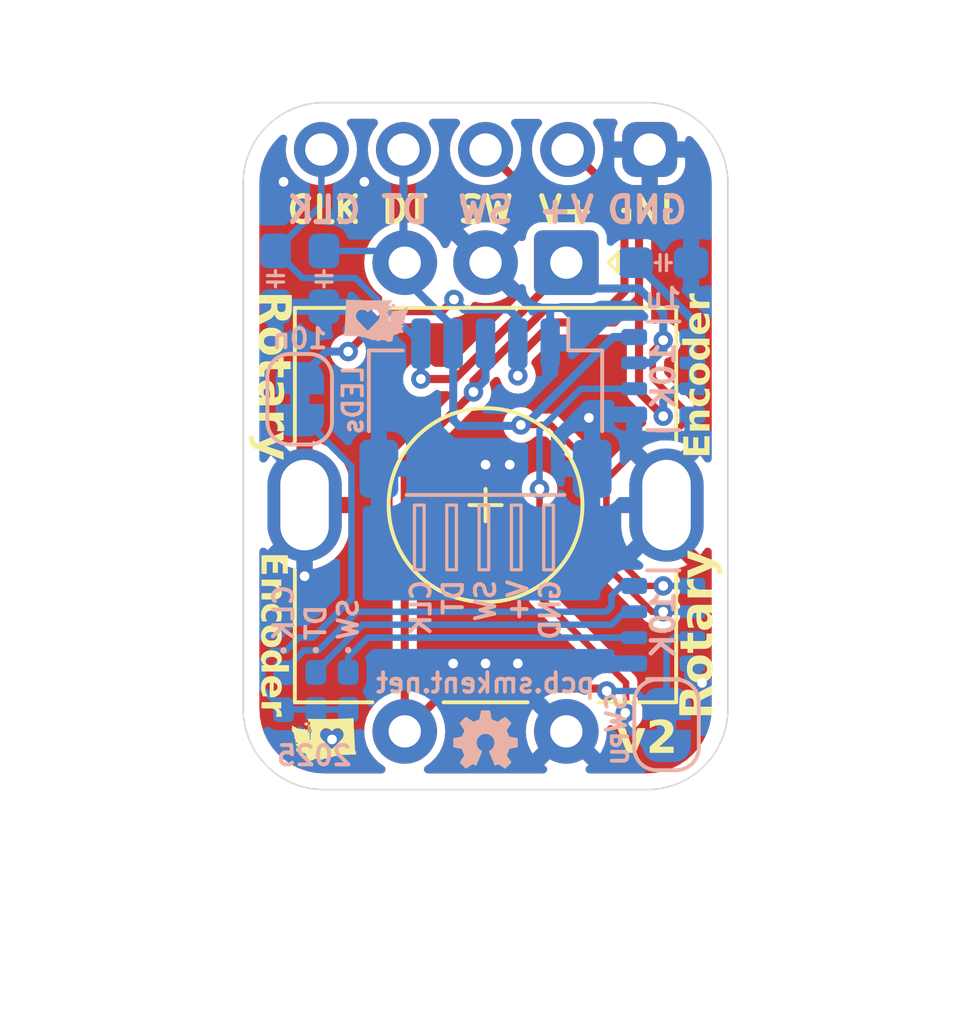
<source format=kicad_pcb>
(kicad_pcb (version 20240108) (generator "pcbnew") (generator_version "8.0")
  (layers (0 "F.Cu" signal) (31 "B.Cu" signal) (34 "B.Paste" user) (35 "F.Paste" user) (36 "B.SilkS" user "B.Silkscreen") (37 "F.SilkS" user "F.Silkscreen") (38 "B.Mask" user) (39 "F.Mask" user) (44 "Edge.Cuts" user))
  (net 0 "")
  (net 1 "GND")
  (net 2 "BUTTON")
  (net 3 "CLK")
  (net 4 "DT")
  (net 5 "VCC")
  (net 6 "Net-(JP1-B)")
  (net 7 "LED_VCC")
  (net 8 "Net-(LED1-K)")
  (net 9 "Net-(LED2-K)")
  (net 10 "Net-(LED3-K)")
  (footprint "graphics:oshw-logo-2mm" (layer "F.Cu") (at 180 116.75)
    (property "Reference" "G***" (hide yes))
    (property "Value" "LOGO" (hide yes))
  )
  (footprint "graphics:wa-state-heart-2mm" (layer "F.Cu") (at 175 116.75)
    (property "Reference" "G***" (hide yes))
    (property "Value" "LOGO" (hide yes))
  )
  (footprint "electromechanical:RotaryEncoder_Alps_EC11E-Switch_Vertical_H20mm" (layer "F.Cu") (at 182.5 102 -90)
    (property "Reference" "SW1" (hide yes))
    (property "Value" "RotaryEncoder_Switch_MP")
    (pad "A" thru_hole roundrect (at 0 0 270) (size 2 2) (drill 1) (layers "*.Cu" "*.Mask") (roundrect_rratio 0.125) (net 3 "CLK"))
    (pad "B" thru_hole circle (at 0 5 270) (size 2 2) (drill 1) (layers "*.Cu" "*.Mask") (net 4 "DT"))
    (pad "C" thru_hole circle (at 0 2.5 270) (size 2 2) (drill 1) (layers "*.Cu" "*.Mask") (net 1 "GND"))
    (pad "MP" thru_hole oval (at 7.5 -3.1 270) (size 3.5 2.3) (drill oval 2.8 1.5) (layers "*.Cu" "*.Mask") (net 1 "GND"))
    (pad "MP" thru_hole oval (at 7.5 8.1 270) (size 3.5 2.3) (drill oval 2.8 1.5) (layers "*.Cu" "*.Mask") (net 1 "GND"))
    (pad "S1" thru_hole circle (at 14.5 5 270) (size 2 2) (drill 1) (layers "*.Cu" "*.Mask") (net 2 "BUTTON"))
    (pad "S2" thru_hole circle (at 14.5 0 270) (size 2 2) (drill 1) (layers "*.Cu" "*.Mask") (net 1 "GND"))
  )
  (footprint "Jumper:SolderJumper-2_P1.3mm_Bridged_RoundedPad1.0x1.5mm" (layer "B.Cu") (at 174.25 106.225 -90)
    (property "Reference" "JP2" (hide yes))
    (property "Value" "SolderJumper_2_Bridged")
    (fp_poly (pts (xy 0.25 0.3) (xy -0.25 0.3) (xy -0.25 -0.3) (xy 0.25 -0.3)) (fill solid) (layer "B.Cu"))
    (pad "1" smd custom (at -0.65 0 270) (size 1 0.5) (layers "B.Cu" "B.Mask") (net 5 "VCC") (options (clearance outline) (anchor rect)) (primitives (gr_circle (center 0 -0.25) (end 0.5 -0.25) (width 0) (fill yes)) (gr_circle (center 0 0.25) (end 0.5 0.25) (width 0) (fill yes)) (gr_poly (pts (xy 0.5 -0.75) (xy 0 -0.75) (xy 0 0.75) (xy 0.5 0.75)) (width 0) (fill yes))))
    (pad "2" smd custom (at 0.65 0 270) (size 1 0.5) (layers "B.Cu" "B.Mask") (net 7 "LED_VCC") (options (clearance outline) (anchor rect)) (primitives (gr_circle (center 0 -0.25) (end 0.5 -0.25) (width 0) (fill yes)) (gr_circle (center 0 0.25) (end 0.5 0.25) (width 0) (fill yes)) (gr_poly (pts (xy 0 -0.75) (xy -0.5 -0.75) (xy -0.5 0.75) (xy 0 0.75)) (width 0) (fill yes))))
  )
  (footprint "discrete:C_0603_1608Metric_Pad1.08x0.95mm_HandSolder" (layer "B.Cu") (at 173.5 102.5 -90)
    (property "Reference" "C2" (hide yes))
    (property "Value" "10n")
    (pad "1" smd roundrect (at -0.8625 0 270) (size 1.075 0.95) (layers "B.Cu" "B.Paste" "B.Mask") (net 3 "CLK"))
    (pad "2" smd roundrect (at 0.8625 0 270) (size 1.075 0.95) (layers "B.Cu" "B.Paste" "B.Mask") (net 1 "GND"))
  )
  (footprint "discrete:C_0603_1608Metric_Pad1.08x0.95mm_HandSolder" (layer "B.Cu") (at 175 102.5 -90)
    (property "Reference" "C3" (hide yes))
    (property "Value" "10n")
    (pad "1" smd roundrect (at -0.8625 0 270) (size 1.075 0.95) (layers "B.Cu" "B.Paste" "B.Mask") (net 4 "DT"))
    (pad "2" smd roundrect (at 0.8625 0 270) (size 1.075 0.95) (layers "B.Cu" "B.Paste" "B.Mask") (net 1 "GND"))
  )
  (footprint "graphics:wa-state-heart-2mm" (layer "B.Cu") (at 176.6 103.8 180)
    (property "Reference" "G***" (hide yes))
    (property "Value" "LOGO" (hide yes))
  )
  (footprint "discrete:C_0603_1608Metric_Pad1.08x0.95mm_HandSolder" (layer "B.Cu") (at 185.5 102)
    (property "Reference" "C1" (hide yes))
    (property "Value" "1u")
    (pad "1" smd roundrect (at -0.8625 0) (size 1.075 0.95) (layers "B.Cu" "B.Paste" "B.Mask") (net 5 "VCC"))
    (pad "2" smd roundrect (at 0.8625 0) (size 1.075 0.95) (layers "B.Cu" "B.Paste" "B.Mask") (net 1 "GND"))
  )
  (footprint "LED_SMD:LED_0402_1005Metric_Pad0.77x0.64mm_HandSolder" (layer "B.Cu") (at 173.75 115.26 -90)
    (property "Reference" "LED1" (hide yes))
    (property "Value" "LED")
    (pad "1" smd roundrect (at -0.5725 0 270) (size 0.765 0.64) (layers "B.Cu" "B.Paste" "B.Mask") (net 8 "Net-(LED1-K)"))
    (pad "2" smd roundrect (at 0.5725 0 270) (size 0.765 0.64) (layers "B.Cu" "B.Paste" "B.Mask") (net 7 "LED_VCC"))
  )
  (footprint "LED_SMD:LED_0402_1005Metric_Pad0.77x0.64mm_HandSolder" (layer "B.Cu") (at 174.75 115.25 -90)
    (property "Reference" "LED2" (hide yes))
    (property "Value" "LED")
    (pad "1" smd roundrect (at -0.5725 0 270) (size 0.765 0.64) (layers "B.Cu" "B.Paste" "B.Mask") (net 9 "Net-(LED2-K)"))
    (pad "2" smd roundrect (at 0.5725 0 270) (size 0.765 0.64) (layers "B.Cu" "B.Paste" "B.Mask") (net 7 "LED_VCC"))
  )
  (footprint "custom:PinHeader_1x05_P2.54mm_Vertical_simple_pad1gnd" (layer "B.Cu") (at 185.08 98.5 90)
    (property "Reference" "J2" (hide yes))
    (property "Value" "Pin headers")
    (pad "1" thru_hole roundrect (at 0 0 90) (size 1.7 1.7) (drill 1) (layers "*.Cu" "*.Mask") (net 1 "GND"))
    (pad "2" thru_hole oval (at 0 -2.54 90) (size 1.7 1.7) (drill 1) (layers "*.Cu" "*.Mask") (net 5 "VCC"))
    (pad "3" thru_hole oval (at 0 -5.08 90) (size 1.7 1.7) (drill 1) (layers "*.Cu" "*.Mask") (net 2 "BUTTON"))
    (pad "4" thru_hole oval (at 0 -7.62 90) (size 1.7 1.7) (drill 1) (layers "*.Cu" "*.Mask") (net 4 "DT"))
    (pad "5" thru_hole oval (at 0 -10.16 90) (size 1.7 1.7) (drill 1) (layers "*.Cu" "*.Mask") (net 3 "CLK"))
  )
  (footprint "discrete:R_Array_Convex_4x0603" (layer "B.Cu") (at 185.5 105.5)
    (property "Reference" "RN1" (hide yes))
    (property "Value" "10K")
    (fp_text user "${VALUE}" (at 0 0 -90) (layer "B.SilkS") (effects (font (size 0.7 0.7) (thickness 0.14) (bold yes)) (justify mirror)))
    (pad "1" smd roundrect (at -0.9 1.2) (size 0.8 0.5) (layers "B.Cu" "B.Paste" "B.Mask") (net 1 "GND"))
    (pad "2" smd roundrect (at -0.9 0.4) (size 0.8 0.4) (layers "B.Cu" "B.Paste" "B.Mask") (net 6 "Net-(JP1-B)"))
    (pad "3" smd roundrect (at -0.9 -0.4) (size 0.8 0.4) (layers "B.Cu" "B.Paste" "B.Mask") (net 3 "CLK"))
    (pad "4" smd roundrect (at -0.9 -1.2) (size 0.8 0.5) (layers "B.Cu" "B.Paste" "B.Mask") (net 4 "DT"))
    (pad "5" smd roundrect (at 0.9 -1.2) (size 0.8 0.5) (layers "B.Cu" "B.Paste" "B.Mask") (net 5 "VCC"))
    (pad "6" smd roundrect (at 0.9 -0.4) (size 0.8 0.4) (layers "B.Cu" "B.Paste" "B.Mask") (net 5 "VCC"))
    (pad "7" smd roundrect (at 0.9 0.4) (size 0.8 0.4) (layers "B.Cu" "B.Paste" "B.Mask") (net 5 "VCC"))
    (pad "8" smd roundrect (at 0.9 1.2) (size 0.8 0.5) (layers "B.Cu" "B.Paste" "B.Mask") (net 1 "GND"))
  )
  (footprint "LED_SMD:LED_0402_1005Metric_Pad0.77x0.64mm_HandSolder" (layer "B.Cu") (at 175.75 115.25 -90)
    (property "Reference" "LED3" (hide yes))
    (property "Value" "LED")
    (pad "1" smd roundrect (at -0.5725 0 270) (size 0.765 0.64) (layers "B.Cu" "B.Paste" "B.Mask") (net 10 "Net-(LED3-K)"))
    (pad "2" smd roundrect (at 0.5725 0 270) (size 0.765 0.64) (layers "B.Cu" "B.Paste" "B.Mask") (net 7 "LED_VCC"))
  )
  (footprint "graphics:oshw-logo-2mm" (layer "B.Cu") (at 180 116.75 180)
    (property "Reference" "G***" (hide yes))
    (property "Value" "LOGO" (hide yes))
  )
  (footprint "Jumper:SolderJumper-2_P1.3mm_Bridged_RoundedPad1.0x1.5mm" (layer "B.Cu") (at 185.6 116.3 -90)
    (property "Reference" "JP1" (hide yes))
    (property "Value" "SolderJumper_2_Bridged")
    (fp_poly (pts (xy 0.25 0.3) (xy -0.25 0.3) (xy -0.25 -0.3) (xy 0.25 -0.3)) (fill solid) (layer "B.Cu"))
    (pad "1" smd custom (at -0.65 0 270) (size 1 0.5) (layers "B.Cu" "B.Mask") (net 2 "BUTTON") (options (clearance outline) (anchor rect)) (primitives (gr_circle (center 0 -0.25) (end 0.5 -0.25) (width 0) (fill yes)) (gr_circle (center 0 0.25) (end 0.5 0.25) (width 0) (fill yes)) (gr_poly (pts (xy 0.5 -0.75) (xy 0 -0.75) (xy 0 0.75) (xy 0.5 0.75)) (width 0) (fill yes))))
    (pad "2" smd custom (at 0.65 0 270) (size 1 0.5) (layers "B.Cu" "B.Mask") (net 6 "Net-(JP1-B)") (options (clearance outline) (anchor rect)) (primitives (gr_circle (center 0 -0.25) (end 0.5 -0.25) (width 0) (fill yes)) (gr_circle (center 0 0.25) (end 0.5 0.25) (width 0) (fill yes)) (gr_poly (pts (xy 0 -0.75) (xy -0.5 -0.75) (xy -0.5 0.75) (xy 0 0.75)) (width 0) (fill yes))))
  )
  (footprint "discrete:R_Array_Convex_4x0603" (layer "B.Cu") (at 185.5 113.2 180)
    (property "Reference" "RN2" (hide yes))
    (property "Value" "10K")
    (fp_text user "${VALUE}" (at 0 0 90) (layer "B.SilkS") (effects (font (size 0.7 0.7) (thickness 0.14) (bold yes)) (justify mirror)))
    (pad "1" smd roundrect (at -0.9 1.2 180) (size 0.8 0.5) (layers "B.Cu" "B.Paste" "B.Mask") (net 3 "CLK"))
    (pad "2" smd roundrect (at -0.9 0.4 180) (size 0.8 0.4) (layers "B.Cu" "B.Paste" "B.Mask") (net 4 "DT"))
    (pad "3" smd roundrect (at -0.9 -0.4 180) (size 0.8 0.4) (layers "B.Cu" "B.Paste" "B.Mask") (net 2 "BUTTON"))
    (pad "4" smd roundrect (at -0.9 -1.2 180) (size 0.8 0.5) (layers "B.Cu" "B.Paste" "B.Mask") (net 1 "GND"))
    (pad "5" smd roundrect (at 0.9 -1.2 180) (size 0.8 0.5) (layers "B.Cu" "B.Paste" "B.Mask") (net 1 "GND"))
    (pad "6" smd roundrect (at 0.9 -0.4 180) (size 0.8 0.4) (layers "B.Cu" "B.Paste" "B.Mask") (net 10 "Net-(LED3-K)"))
    (pad "7" smd roundrect (at 0.9 0.4 180) (size 0.8 0.4) (layers "B.Cu" "B.Paste" "B.Mask") (net 9 "Net-(LED2-K)"))
    (pad "8" smd roundrect (at 0.9 1.2 180) (size 0.8 0.5) (layers "B.Cu" "B.Paste" "B.Mask") (net 8 "Net-(LED1-K)"))
  )
  (footprint "connector:JST_SH_SM05B-SRSS-TB_1x05-1MP_P1.00mm_Horizontal" (layer "B.Cu") (at 180 106.5 180)
    (property "Reference" "J1")
    (property "Value" "JST SH")
    (pad "1" smd roundrect (at -2 2 180) (size 0.6 1.55) (layers "B.Cu" "B.Paste" "B.Mask") (net 1 "GND"))
    (pad "2" smd roundrect (at -1 2 180) (size 0.6 1.55) (layers "B.Cu" "B.Paste" "B.Mask") (net 5 "VCC"))
    (pad "3" smd roundrect (at 0 2 180) (size 0.6 1.55) (layers "B.Cu" "B.Paste" "B.Mask") (net 2 "BUTTON"))
    (pad "4" smd roundrect (at 1 2 180) (size 0.6 1.55) (layers "B.Cu" "B.Paste" "B.Mask") (net 4 "DT"))
    (pad "5" smd roundrect (at 2 2 180) (size 0.6 1.55) (layers "B.Cu" "B.Paste" "B.Mask") (net 3 "CLK"))
    (pad "MP" smd roundrect (at -3.3 -1.875 180) (size 1.2 1.8) (layers "B.Cu" "B.Paste" "B.Mask") (roundrect_rratio 0.208333) (net 1 "GND"))
    (pad "MP" smd roundrect (at 3.3 -1.875 180) (size 1.2 1.8) (layers "B.Cu" "B.Paste" "B.Mask") (roundrect_rratio 0.208333) (net 1 "GND"))
  )
  (gr_rect (start 178.8 109.5) (end 179.1 111.5) (stroke (width 0.1)) (fill none) (layer "B.SilkS"))
  (gr_rect (start 180.8 109.5) (end 181.1 111.5) (stroke (width 0.1)) (fill none) (layer "B.SilkS"))
  (gr_rect (start 179.8 109.5) (end 180.1 111.5) (stroke (width 0.1)) (fill none) (layer "B.SilkS"))
  (gr_rect (start 181.8 109.5) (end 182.1 111.5) (stroke (width 0.1)) (fill none) (layer "B.SilkS"))
  (gr_rect (start 177.8 109.5) (end 178.1 111.5) (stroke (width 0.1)) (fill none) (layer "B.SilkS"))
  (gr_arc (start 172.5 99.55) (mid 173.232233 97.782233) (end 175 97.05) (stroke (width 0.05)) (layer "Edge.Cuts"))
  (gr_line (start 175 97.05) (end 185 97.05) (stroke (width 0.05)) (layer "Edge.Cuts"))
  (gr_line (start 185 118.3) (end 175 118.3) (stroke (width 0.05)) (layer "Edge.Cuts"))
  (gr_line (start 172.5 115.8) (end 172.5 99.55) (stroke (width 0.05)) (layer "Edge.Cuts"))
  (gr_arc (start 187.5 115.8) (mid 186.767767 117.567767) (end 185 118.3) (stroke (width 0.05)) (layer "Edge.Cuts"))
  (gr_line (start 187.5 99.55) (end 187.5 115.8) (stroke (width 0.05)) (layer "Edge.Cuts"))
  (gr_arc (start 175 118.3) (mid 173.232233 117.567767) (end 172.5 115.8) (stroke (width 0.05)) (layer "Edge.Cuts"))
  (gr_arc (start 185 97.05) (mid 186.767767 97.782233) (end 187.5 99.55) (stroke (width 0.05)) (layer "Edge.Cuts"))
  (gr_text "DT" (at 177.5 99.9 0) (layer "B.SilkS") (effects (font (size 0.8 0.8) (thickness 0.16) (bold yes)) (justify top mirror)))
  (gr_text "CLK" (at 178 111.75 90) (layer "B.SilkS") (effects (font (size 0.6 0.6) (thickness 0.12) (bold yes)) (justify left mirror)))
  (gr_text "SW" (at 180 111.75 90) (layer "B.SilkS") (effects (font (size 0.6 0.6) (thickness 0.12) (bold yes)) (justify left mirror)))
  (gr_text "1u" (at 185.5 102.75 0) (layer "B.SilkS") (effects (font (size 0.6 0.6) (thickness 0.12) (bold yes)) (justify top mirror)))
  (gr_text "GND" (at 182 111.75 90) (layer "B.SilkS") (effects (font (size 0.6 0.6) (thickness 0.12) (bold yes)) (justify left mirror)))
  (gr_text "V+" (at 181 111.75 90) (layer "B.SilkS") (effects (font (size 0.6 0.6) (thickness 0.12) (bold yes)) (justify left mirror)))
  (gr_text "2025" (at 174.7 117.25 0) (layer "B.SilkS") (effects (font (size 0.6 0.6) (thickness 0.12) (bold yes)) (justify mirror)))
  (gr_text "DT" (at 174.75 113.74 90) (layer "B.SilkS") (effects (font (size 0.6 0.6) (thickness 0.12) (bold yes)) (justify right mirror)))
  (gr_text "CLK" (at 175 99.9 0) (layer "B.SilkS") (effects (font (size 0.8 0.8) (thickness 0.16) (bold yes)) (justify top mirror)))
  (gr_text "10n" (at 174.25 104 0) (layer "B.SilkS") (effects (font (size 0.6 0.6) (thickness 0.12) (bold yes)) (justify top mirror)))
  (gr_text "V+" (at 182.5 99.9 0) (layer "B.SilkS") (effects (font (size 0.8 0.8) (thickness 0.16) (bold yes)) (justify top mirror)))
  (gr_text "DT" (at 179 111.75 90) (layer "B.SilkS") (effects (font (size 0.6 0.6) (thickness 0.12) (bold yes)) (justify left mirror)))
  (gr_text "SW" (at 175.75 113.74 90) (layer "B.SilkS") (effects (font (size 0.6 0.6) (thickness 0.12) (bold yes)) (justify right mirror)))
  (gr_text "CLK" (at 173.75 113.75 90) (layer "B.SilkS") (effects (font (size 0.6 0.6) (thickness 0.12) (bold yes)) (justify right mirror)))
  (gr_text "pcb.smkent.net" (at 180 115 0) (layer "B.SilkS") (effects (font (size 0.6 0.6) (thickness 0.12) (bold yes)) (justify mirror)))
  (gr_text "SW_{PU}" (at 184.4 116.4 90) (layer "B.SilkS") (effects (font (size 0.6 0.6) (thickness 0.12) (bold yes)) (justify bottom mirror)))
  (gr_text "GND" (at 185 99.9 0) (layer "B.SilkS") (effects (font (size 0.8 0.8) (thickness 0.16) (bold yes)) (justify top mirror)))
  (gr_text "SW" (at 180 99.9 0) (layer "B.SilkS") (effects (font (size 0.8 0.8) (thickness 0.16) (bold yes)) (justify top mirror)))
  (gr_text "LEDs" (at 175.55 106.25 90) (layer "B.SilkS") (effects (font (size 0.6 0.6) (thickness 0.12) (bold yes)) (justify top mirror)))
  (gr_text "GND" (at 185 99.9 0) (layer "F.SilkS") (effects (font (size 0.8 0.8) (thickness 0.16) (bold yes)) (justify top)))
  (gr_text "DT" (at 177.5 99.9 0) (layer "F.SilkS") (effects (font (size 0.8 0.8) (thickness 0.16) (bold yes)) (justify top)))
  (gr_text "V+" (at 182.5 99.9 0) (layer "F.SilkS") (effects (font (size 0.8 0.8) (thickness 0.16) (bold yes)) (justify top)))
  (gr_text "v2" (at 185 116.75 0) (layer "F.SilkS") (effects (font (size 1 1) (thickness 0.14) (bold yes))))
  (gr_text "Encoder" (at 186.6 105.5 90) (layer "F.SilkS") (effects (font (size 0.8 0.8) (thickness 0.14) (bold yes))))
  (gr_text "CLK" (at 175 99.9 0) (layer "F.SilkS") (effects (font (size 0.8 0.8) (thickness 0.16) (bold yes)) (justify top)))
  (gr_text "Rotary" (at 173.4 105.5 -90) (layer "F.SilkS") (effects (font (size 1 1) (thickness 0.14) (bold yes))))
  (gr_text "Rotary" (at 186.6 113.5 90) (layer "F.SilkS") (effects (font (size 1 1) (thickness 0.14) (bold yes))))
  (gr_text "Encoder" (at 173.4 113.5 -90) (layer "F.SilkS") (effects (font (size 0.8 0.8) (thickness 0.14) (bold yes))))
  (gr_text "SW" (at 180 99.9 0) (layer "F.SilkS") (effects (font (size 0.8 0.8) (thickness 0.16) (bold yes)) (justify top)))
  (segment (start 185.6 109.5) (end 185.6 108.65) (width 0.5) (layer "F.Cu") (net 1))
  (segment (start 185.6 108.65) (end 186.75 107.5) (width 0.5) (layer "F.Cu") (net 1))
  (segment (start 185.6 110.35) (end 186.625 111.375) (width 0.5) (layer "F.Cu") (net 1))
  (segment (start 185.6 109.5) (end 185.6 110.35) (width 0.5) (layer "F.Cu") (net 1))
  (via (at 179 114.4) (size 0.6) (drill 0.3) (layers "F.Cu" "B.Cu") (net 1))
  (via (at 180 114.4) (size 0.6) (drill 0.3) (layers "F.Cu" "B.Cu") (net 1))
  (via (at 180.75 108.25) (size 0.6) (drill 0.3) (layers "F.Cu" "B.Cu") (net 1))
  (via (at 186.7 115) (size 0.6) (drill 0.3) (layers "F.Cu" "B.Cu") (net 1))
  (via (at 174.4 111.7) (size 0.6) (drill 0.3) (layers "F.Cu" "B.Cu") (net 1))
  (via (at 176.25 99.5) (size 0.6) (drill 0.3) (layers "F.Cu" "B.Cu") (net 1))
  (via (at 183.2 106.8) (size 0.6) (drill 0.3) (layers "F.Cu" "B.Cu") (net 1))
  (via (at 181 114.4) (size 0.6) (drill 0.3) (layers "F.Cu" "B.Cu") (net 1))
  (via (at 180 108.25) (size 0.6) (drill 0.3) (layers "F.Cu" "B.Cu") (net 1))
  (via (at 173.75 99.5) (size 0.6) (drill 0.3) (layers "F.Cu" "B.Cu") (net 1))
  (via (at 175.25 116.75) (size 0.6) (drill 0.3) (layers "F.Cu" "B.Cu") (net 1))
  (segment (start 174.4 108.65) (end 173.25 107.5) (width 0.5) (layer "B.Cu") (net 1))
  (segment (start 182 104.5) (end 182 103.4) (width 0.25) (layer "B.Cu") (net 1))
  (segment (start 184.6 107.2) (end 184.775 107.375) (width 0.25) (layer "B.Cu") (net 1))
  (segment (start 181.674999 103.4) (end 181.4 103.4) (width 0.25) (layer "B.Cu") (net 1))
  (segment (start 182 103.4) (end 181.674999 103.4) (width 0.25) (layer "B.Cu") (net 1))
  (segment (start 185.6 109.5) (end 185.6 108.85) (width 0.5) (layer "B.Cu") (net 1))
  (segment (start 174.4 109.5) (end 174.4 108.65) (width 0.5) (layer "B.Cu") (net 1))
  (segment (start 185.6 109.9) (end 184.5 111) (width 0.5) (layer "B.Cu") (net 1))
  (segment (start 186.375 107.375) (end 186.4 107.35) (width 0.25) (layer "B.Cu") (net 1))
  (segment (start 183.4 103.4) (end 183.5 103.5) (width 0.25) (layer "B.Cu") (net 1))
  (segment (start 173.1 107.35) (end 173.25 107.5) (width 0.2) (layer "B.Cu") (net 1))
  (segment (start 184.775 107.375) (end 186.375 107.375) (width 0.25) (layer "B.Cu") (net 1))
  (segment (start 173.1 104.95) (end 173.1 107.35) (width 0.2) (layer "B.Cu") (net 1))
  (segment (start 174.4 109.5) (end 174.4 110.1) (width 0.5) (layer "B.Cu") (net 1))
  (segment (start 181.4 103.4) (end 180 102) (width 0.25) (layer "B.Cu") (net 1))
  (segment (start 174.4 110.1) (end 173.25 111.25) (width 0.5) (layer "B.Cu") (net 1))
  (segment (start 185.6 108.85) (end 184.5 107.75) (width 0.5) (layer "B.Cu") (net 1))
  (segment (start 185.6 109.5) (end 185.6 109.9) (width 0.5) (layer "B.Cu") (net 1))
  (segment (start 180 102) (end 179.75 101.75) (width 0.25) (layer "B.Cu") (net 1))
  (segment (start 181.674999 103.4) (end 183.4 103.4) (width 0.25) (layer "B.Cu") (net 1))
  (segment (start 185.6 109.5) (end 185.6 108.65) (width 0.5) (layer "B.Cu") (net 1))
  (segment (start 185.6 108.65) (end 186.5 107.75) (width 0.5) (layer "B.Cu") (net 1))
  (segment (start 184.6 106.7) (end 184.6 107.2) (width 0.25) (layer "B.Cu") (net 1))
  (segment (start 186.4 107.35) (end 186.4 106.7) (width 0.25) (layer "B.Cu") (net 1))
  (segment (start 177.5 108.125) (end 177.5 112) (width 0.25) (layer "F.Cu") (net 2))
  (segment (start 184.3 100.8) (end 183.75 100.25) (width 0.25) (layer "F.Cu") (net 2))
  (segment (start 179.625 105.661396) (end 181.886396 103.4) (width 0.25) (layer "F.Cu") (net 2))
  (segment (start 181.886396 103.4) (end 183.8 103.4) (width 0.25) (layer "F.Cu") (net 2))
  (segment (start 179.625 106) (end 179.625 105.661396) (width 0.25) (layer "F.Cu") (net 2))
  (segment (start 179.625 106) (end 177.5 108.125) (width 0.25) (layer "F.Cu") (net 2))
  (segment (start 183.675 115.175) (end 183.75 115.25) (width 0.25) (layer "F.Cu") (net 2))
  (segment (start 177.5 114.6) (end 177.5 116.5) (width 0.25) (layer "F.Cu") (net 2))
  (segment (start 184.3 102.9) (end 184.3 100.8) (width 0.25) (layer "F.Cu") (net 2))
  (segment (start 183.048833 115.175) (end 183.675 115.175) (width 0.25) (layer "F.Cu") (net 2))
  (segment (start 183.048833 115.175) (end 178.825 115.175) (width 0.25) (layer "F.Cu") (net 2))
  (segment (start 181.75 100.25) (end 180 98.5) (width 0.25) (layer "F.Cu") (net 2))
  (segment (start 178.825 115.175) (end 177.5 116.5) (width 0.25) (layer "F.Cu") (net 2))
  (segment (start 183.75 100.25) (end 181.75 100.25) (width 0.25) (layer "F.Cu") (net 2))
  (segment (start 183.8 103.4) (end 184.3 102.9) (width 0.25) (layer "F.Cu") (net 2))
  (segment (start 177.5 112) (end 177.5 114.6) (width 0.25) (layer "F.Cu") (net 2))
  (via (at 183.75 115.25) (size 0.6) (drill 0.3) (layers "F.Cu" "B.Cu") (net 2))
  (via (at 179.625 106) (size 0.6) (drill 0.3) (layers "F.Cu" "B.Cu") (net 2))
  (segment (start 179.625 106) (end 180 105.625) (width 0.25) (layer "B.Cu") (net 2))
  (segment (start 185.6 115.65) (end 185 115.65) (width 0.2) (layer "B.Cu") (net 2))
  (segment (start 185 115.601471) (end 184.648529 115.25) (width 0.2) (layer "B.Cu") (net 2))
  (segment (start 180 105.625) (end 180 104.5) (width 0.25) (layer "B.Cu") (net 2))
  (segment (start 184.648529 115.25) (end 183.75 115.25) (width 0.2) (layer "B.Cu") (net 2))
  (segment (start 185.6 113.8) (end 185.6 115.65) (width 0.2) (layer "B.Cu") (net 2))
  (segment (start 185 115.65) (end 185 115.601471) (width 0.2) (layer "B.Cu") (net 2))
  (segment (start 185.6 113.8) (end 185.8 113.6) (width 0.2) (layer "B.Cu") (net 2))
  (segment (start 185.8 113.6) (end 186.4 113.6) (width 0.2) (layer "B.Cu") (net 2))
  (segment (start 182.5 102) (end 182.5 102.15) (width 0.25) (layer "F.Cu") (net 3))
  (segment (start 186.1 106.501471) (end 185.175 105.576471) (width 0.2) (layer "F.Cu") (net 3))
  (segment (start 179.05 105.6) (end 178 105.6) (width 0.25) (layer "F.Cu") (net 3))
  (segment (start 185.175 105.576471) (end 185.175 104.725) (width 0.2) (layer "F.Cu") (net 3))
  (segment (start 185.175 104.725) (end 185.5 104.4) (width 0.2) (layer "F.Cu") (net 3))
  (segment (start 184.917154 111.999997) (end 183.740686 110.823529) (width 0.2) (layer "F.Cu") (net 3))
  (segment (start 185.09939 107.35) (end 185.748529 107.35) (width 0.2) (layer "F.Cu") (net 3))
  (segment (start 185.500002 111.999997) (end 184.917154 111.999997) (width 0.2) (layer "F.Cu") (net 3))
  (segment (start 183.740686 110.823529) (end 183.740686 108.708704) (width 0.2) (layer "F.Cu") (net 3))
  (segment (start 183.740686 108.708704) (end 185.09939 107.35) (width 0.2) (layer "F.Cu") (net 3))
  (segment (start 185.748529 107.35) (end 186.1 106.998529) (width 0.2) (layer "F.Cu") (net 3))
  (segment (start 186.1 106.998529) (end 186.1 106.501471) (width 0.2) (layer "F.Cu") (net 3))
  (segment (start 182.5 102.15) (end 179.05 105.6) (width 0.25) (layer "F.Cu") (net 3))
  (via (at 185.500002 111.999997) (size 0.6) (drill 0.3) (layers "F.Cu" "B.Cu") (net 3))
  (via (at 185.5 104.4) (size 0.6) (drill 0.3) (layers "F.Cu" "B.Cu") (net 3))
  (via (at 178 105.6) (size 0.6) (drill 0.3) (layers "F.Cu" "B.Cu") (net 3))
  (segment (start 186.399997 111.999997) (end 186.4 112) (width 0.2) (layer "B.Cu") (net 3))
  (segment (start 185.5 104.4) (end 185.5 104.7) (width 0.25) (layer "B.Cu") (net 3))
  (segment (start 174.92 100.2175) (end 174.92 98.5) (width 0.2) (layer "B.Cu") (net 3))
  (segment (start 185.500002 111.999997) (end 186.399997 111.999997) (width 0.2) (layer "B.Cu") (net 3))
  (segment (start 185.5 104.7) (end 185.1 105.1) (width 0.25) (layer "B.Cu") (net 3))
  (segment (start 182.5 102) (end 183.3 102.8) (width 0.25) (layer "B.Cu") (net 3))
  (segment (start 175.975 102.475) (end 178 104.5) (width 0.2) (layer "B.Cu") (net 3))
  (segment (start 173.5 101.6375) (end 174.92 100.2175) (width 0.2) (layer "B.Cu") (net 3))
  (segment (start 173.5 101.6375) (end 174.3375 102.475) (width 0.2) (layer "B.Cu") (net 3))
  (segment (start 184.75 102.8) (end 185.5 103.55) (width 0.25) (layer "B.Cu") (net 3))
  (segment (start 185.5 103.55) (end 185.5 104.4) (width 0.25) (layer "B.Cu") (net 3))
  (segment (start 174.3375 102.475) (end 175.975 102.475) (width 0.2) (layer "B.Cu") (net 3))
  (segment (start 183.3 102.8) (end 184.75 102.8) (width 0.25) (layer "B.Cu") (net 3))
  (segment (start 178 105.6) (end 178 104.5) (width 0.25) (layer "B.Cu") (net 3))
  (segment (start 185.1 105.1) (end 184.6 105.1) (width 0.25) (layer "B.Cu") (net 3))
  (segment (start 185.500002 112.8) (end 185.151471 112.8) (width 0.2) (layer "F.Cu") (net 4))
  (segment (start 183.340686 110.989215) (end 183.340686 108.340686) (width 0.2) (layer "F.Cu") (net 4))
  (segment (start 185.151471 112.8) (end 183.340686 110.989215) (width 0.2) (layer "F.Cu") (net 4))
  (segment (start 183.340686 108.340686) (end 182.020513 107.020513) (width 0.2) (layer "F.Cu") (net 4))
  (segment (start 182.020513 107.020513) (end 181.092842 107.020513) (width 0.2) (layer "F.Cu") (net 4))
  (via (at 181.092842 107.020513) (size 0.6) (drill 0.3) (layers "F.Cu" "B.Cu") (net 4))
  (via (at 185.500002 112.8) (size 0.6) (drill 0.3) (layers "F.Cu" "B.Cu") (net 4))
  (segment (start 177.46 101.96) (end 177.5 102) (width 0.25) (layer "B.Cu") (net 4))
  (segment (start 177.46 98.5) (end 177.46 101.96) (width 0.25) (layer "B.Cu") (net 4))
  (segment (start 179 104.5) (end 179 104) (width 0.25) (layer "B.Cu") (net 4))
  (segment (start 184.6 104.3) (end 183.95 104.3) (width 0.25) (layer "B.Cu") (net 4))
  (segment (start 177.5 102.5) (end 177.5 102) (width 0.25) (layer "B.Cu") (net 4))
  (segment (start 179 106.863604) (end 179 104.5) (width 0.25) (layer "B.Cu") (net 4))
  (segment (start 179.186396 107.05) (end 179 106.863604) (width 0.25) (layer "B.Cu") (net 4))
  (segment (start 186.4 112.8) (end 185.500002 112.8) (width 0.2) (layer "B.Cu") (net 4))
  (segment (start 175 101.6375) (end 177.1375 101.6375) (width 0.2) (layer "B.Cu") (net 4))
  (segment (start 177.1375 101.6375) (end 177.5 102) (width 0.2) (layer "B.Cu") (net 4))
  (segment (start 183.95 104.3) (end 181.2 107.05) (width 0.25) (layer "B.Cu") (net 4))
  (segment (start 179 104) (end 177.5 102.5) (width 0.25) (layer "B.Cu") (net 4))
  (segment (start 181.2 107.05) (end 179.186396 107.05) (width 0.25) (layer "B.Cu") (net 4))
  (segment (start 178.661475 103.5) (end 177 103.5) (width 0.25) (layer "F.Cu") (net 5))
  (segment (start 184.75 100.613604) (end 184.75 103) (width 0.25) (layer "F.Cu") (net 5))
  (segment (start 181 104.922792) (end 182.072792 103.85) (width 0.25) (layer "F.Cu") (net 5))
  (segment (start 179.02268 103.138795) (end 178.661475 103.5) (width 0.25) (layer "F.Cu") (net 5))
  (segment (start 177 103.5) (end 175.75 104.75) (width 0.25) (layer "F.Cu") (net 5))
  (segment (start 184.75 103.086396) (end 184.75 103) (width 0.25) (layer "F.Cu") (net 5))
  (segment (start 183.986396 103.85) (end 184.75 103.086396) (width 0.25) (layer "F.Cu") (net 5))
  (segment (start 182.072792 103.85) (end 183.986396 103.85) (width 0.25) (layer "F.Cu") (net 5))
  (segment (start 182.636396 98.5) (end 184.75 100.613604) (width 0.25) (layer "F.Cu") (net 5))
  (segment (start 181 105.5) (end 181 104.922792) (width 0.25) (layer "F.Cu") (net 5))
  (segment (start 184.75 106) (end 185.5 106.75) (width 0.25) (layer "F.Cu") (net 5))
  (segment (start 184.75 103) (end 184.75 106) (width 0.25) (layer "F.Cu") (net 5))
  (segment (start 182.54 98.5) (end 182.636396 98.5) (width 0.25) (layer "F.Cu") (net 5))
  (via (at 181 105.5) (size 0.6) (drill 0.3) (layers "F.Cu" "B.Cu") (net 5))
  (via (at 185.5 106.75) (size 0.6) (drill 0.3) (layers "F.Cu" "B.Cu") (net 5))
  (via (at 175.75 104.75) (size 0.6) (drill 0.3) (layers "F.Cu" "B.Cu") (net 5))
  (via (at 179.02268 103.138795) (size 0.6) (drill 0.3) (layers "F.Cu" "B.Cu") (net 5))
  (segment (start 186.4 104.3) (end 186.4 103.7625) (width 0.25) (layer "B.Cu") (net 5))
  (segment (start 185.5 106.75) (end 185.5 106.3) (width 0.25) (layer "B.Cu") (net 5))
  (segment (start 181 105.5) (end 181 104.5) (width 0.25) (layer "B.Cu") (net 5))
  (segment (start 175.75 104.75) (end 175.075 104.75) (width 0.25) (layer "B.Cu") (net 5))
  (segment (start 186.4 103.7625) (end 184.6375 102) (width 0.25) (layer "B.Cu") (net 5))
  (segment (start 181 103.725001) (end 180.724999 103.45) (width 0.25) (layer "B.Cu") (net 5))
  (segment (start 185.5 106.3) (end 185.9 105.9) (width 0.25) (layer "B.Cu") (net 5))
  (segment (start 181 104.5) (end 181 103.725001) (width 0.25) (layer "B.Cu") (net 5))
  (segment (start 175.075 104.75) (end 174.25 105.575) (width 0.25) (layer "B.Cu") (net 5))
  (segment (start 186.4 105.9) (end 186.4 104.3) (width 0.25) (layer "B.Cu") (net 5))
  (segment (start 179.333885 103.45) (end 179.02268 103.138795) (width 0.25) (layer "B.Cu") (net 5))
  (segment (start 185.9 105.9) (end 186.4 105.9) (width 0.25) (layer "B.Cu") (net 5))
  (segment (start 180.724999 103.45) (end 179.333885 103.45) (width 0.25) (layer "B.Cu") (net 5))
  (segment (start 184.35 115.9) (end 184.35 115.001471) (width 0.2) (layer "F.Cu") (net 6))
  (segment (start 184.35 115.001471) (end 181.67134 112.322811) (width 0.2) (layer "F.Cu") (net 6))
  (segment (start 181.67134 112.322811) (end 181.67134 109) (width 0.2) (layer "F.Cu") (net 6))
  (segment (start 184.325 115.925) (end 184.35 115.9) (width 0.2) (layer "F.Cu") (net 6))
  (via (at 184.325 115.925) (size 0.6) (drill 0.3) (layers "F.Cu" "B.Cu") (net 6))
  (via (at 181.67134 109) (size 0.6) (drill 0.3) (layers "F.Cu" "B.Cu") (net 6))
  (segment (start 184.95 116.95) (end 185.6 116.95) (width 0.2) (layer "B.Cu") (net 6))
  (segment (start 184.325 115.925) (end 184.325 116.325) (width 0.2) (layer "B.Cu") (net 6))
  (segment (start 181.67134 109) (end 181.67134 107.1797) (width 0.2) (layer "B.Cu") (net 6))
  (segment (start 181.67134 107.1797) (end 182.95104 105.9) (width 0.2) (layer "B.Cu") (net 6))
  (segment (start 182.95104 105.9) (end 184.6 105.9) (width 0.2) (layer "B.Cu") (net 6))
  (segment (start 184.325 116.325) (end 184.95 116.95) (width 0.2) (layer "B.Cu") (net 6))
  (segment (start 174.663656 113.595) (end 175.85 112.408656) (width 0.2) (layer "B.Cu") (net 7))
  (segment (start 175.75 115.8225) (end 173.76 115.8225) (width 0.2) (layer "B.Cu") (net 7))
  (segment (start 175.85 108.29939) (end 174.42561 106.875) (width 0.2) (layer "B.Cu") (net 7))
  (segment (start 174.229342 113.595) (end 174.663656 113.595) (width 0.2) (layer "B.Cu") (net 7))
  (segment (start 175.85 112.408656) (end 175.85 108.29939) (width 0.2) (layer "B.Cu") (net 7))
  (segment (start 174.42561 106.875) (end 174.25 106.875) (width 0.2) (layer "B.Cu") (net 7))
  (segment (start 173.76 115.8225) (end 173.75 115.8325) (width 0.2) (layer "B.Cu") (net 7))
  (segment (start 173.1 114.300028) (end 173.400028 114) (width 0.2) (layer "B.Cu") (net 7))
  (segment (start 173.1 115.1825) (end 173.1 114.300028) (width 0.2) (layer "B.Cu") (net 7))
  (segment (start 173.824342 114) (end 174.229342 113.595) (width 0.2) (layer "B.Cu") (net 7))
  (segment (start 173.400028 114) (end 173.824342 114) (width 0.2) (layer "B.Cu") (net 7))
  (segment (start 173.75 115.8325) (end 173.1 115.1825) (width 0.2) (layer "B.Cu") (net 7))
  (segment (start 183.9 112.3) (end 183.9 112.634314) (width 0.2) (layer "B.Cu") (net 8))
  (segment (start 173.75 114.640028) (end 173.75 114.6875) (width 0.2) (layer "B.Cu") (net 8))
  (segment (start 184.6 112) (end 184.2 112) (width 0.2) (layer "B.Cu") (net 8))
  (segment (start 183.9 112.634314) (end 183.734314 112.8) (width 0.2) (layer "B.Cu") (net 8))
  (segment (start 174.829342 113.995) (end 174.395028 113.995) (width 0.2) (layer "B.Cu") (net 8))
  (segment (start 176.024342 112.8) (end 174.829342 113.995) (width 0.2) (layer "B.Cu") (net 8))
  (segment (start 183.734314 112.8) (end 176.024342 112.8) (width 0.2) (layer "B.Cu") (net 8))
  (segment (start 184.2 112) (end 183.9 112.3) (width 0.2) (layer "B.Cu") (net 8))
  (segment (start 174.395028 113.995) (end 173.75 114.640028) (width 0.2) (layer "B.Cu") (net 8))
  (segment (start 176.190028 113.2) (end 183.9 113.2) (width 0.2) (layer "B.Cu") (net 9))
  (segment (start 184.3 112.8) (end 184.6 112.8) (width 0.2) (layer "B.Cu") (net 9))
  (segment (start 183.9 113.2) (end 184.3 112.8) (width 0.2) (layer "B.Cu") (net 9))
  (segment (start 175.13 114.260028) (end 176.190028 113.2) (width 0.2) (layer "B.Cu") (net 9))
  (segment (start 174.75 114.65) (end 175.13 114.27) (width 0.2) (layer "B.Cu") (net 9))
  (segment (start 174.75 114.6775) (end 174.75 114.65) (width 0.2) (layer "B.Cu") (net 9))
  (segment (start 175.13 114.27) (end 175.13 114.260028) (width 0.2) (layer "B.Cu") (net 9))
  (segment (start 184.6 113.6) (end 176.355714 113.6) (width 0.2) (layer "B.Cu") (net 10))
  (segment (start 176.355714 113.6) (end 175.75 114.205714) (width 0.2) (layer "B.Cu") (net 10))
  (segment (start 175.75 114.205714) (end 175.75 114.6775) (width 0.2) (layer "B.Cu") (net 10))
  (zone (net 1) (net_name "GND") (layers "F&B.Cu") (connect_pads (clearance 0.25)) (min_thickness 0.25) (fill yes (thermal_gap 0.25) (thermal_bridge_width 0.5))
    (polygon (pts (xy 172 97) (xy 188 97) (xy 188 119) (xy 172 119)))
  )
)
</source>
